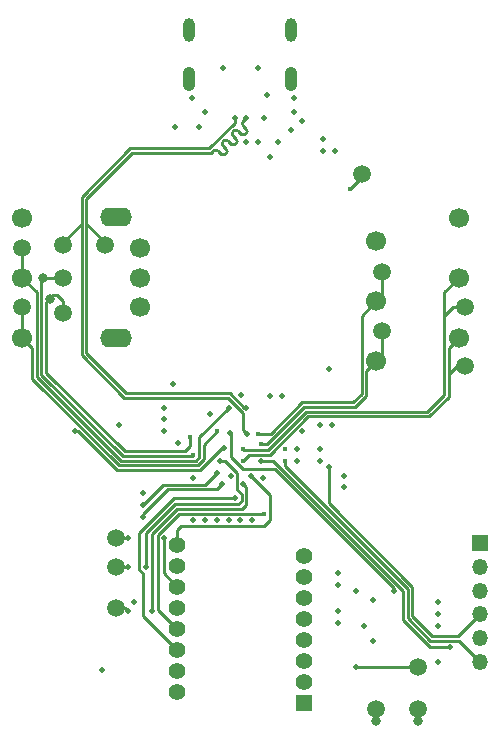
<source format=gbr>
%TF.GenerationSoftware,KiCad,Pcbnew,6.0.0*%
%TF.CreationDate,2022-01-13T14:08:01-08:00*%
%TF.ProjectId,redshift,72656473-6869-4667-942e-6b696361645f,0.1*%
%TF.SameCoordinates,Original*%
%TF.FileFunction,Copper,L4,Bot*%
%TF.FilePolarity,Positive*%
%FSLAX46Y46*%
G04 Gerber Fmt 4.6, Leading zero omitted, Abs format (unit mm)*
G04 Created by KiCad (PCBNEW 6.0.0) date 2022-01-13 14:08:01*
%MOMM*%
%LPD*%
G01*
G04 APERTURE LIST*
%TA.AperFunction,ComponentPad*%
%ADD10C,1.700000*%
%TD*%
%TA.AperFunction,ComponentPad*%
%ADD11O,2.700000X1.600000*%
%TD*%
%TA.AperFunction,ComponentPad*%
%ADD12O,1.050000X2.100000*%
%TD*%
%TA.AperFunction,ComponentPad*%
%ADD13O,1.000000X2.000000*%
%TD*%
%TA.AperFunction,ComponentPad*%
%ADD14R,1.350000X1.350000*%
%TD*%
%TA.AperFunction,ComponentPad*%
%ADD15O,1.350000X1.350000*%
%TD*%
%TA.AperFunction,ComponentPad*%
%ADD16R,1.400000X1.400000*%
%TD*%
%TA.AperFunction,ComponentPad*%
%ADD17C,1.400000*%
%TD*%
%TA.AperFunction,SMDPad,CuDef*%
%ADD18C,1.500000*%
%TD*%
%TA.AperFunction,ViaPad*%
%ADD19C,0.450000*%
%TD*%
%TA.AperFunction,ViaPad*%
%ADD20C,0.500000*%
%TD*%
%TA.AperFunction,ViaPad*%
%ADD21C,0.800000*%
%TD*%
%TA.AperFunction,Conductor*%
%ADD22C,0.250000*%
%TD*%
G04 APERTURE END LIST*
D10*
%TO.P,ENC1,A,A*%
%TO.N,/ENC_A*%
X129000000Y-80500000D03*
%TO.P,ENC1,B,B*%
%TO.N,/ENC_B*%
X129000000Y-78000000D03*
%TO.P,ENC1,C,C*%
%TO.N,GND*%
X129000000Y-75500000D03*
D11*
%TO.P,ENC1,MP*%
%TO.N,N/C*%
X127000000Y-83100000D03*
X127000000Y-72900000D03*
%TD*%
D12*
%TO.P,J1,S1,SHIELD*%
%TO.N,/SH*%
X141820000Y-61180000D03*
D13*
X141820000Y-57000000D03*
X133180000Y-57000000D03*
D12*
X133180000Y-61180000D03*
%TD*%
D10*
%TO.P,SW3,1,C*%
%TO.N,GND*%
X149000000Y-74920000D03*
%TO.P,SW3,2,NO*%
%TO.N,/SW3_M_NO*%
X149000000Y-80000000D03*
%TO.P,SW3,3,NC*%
%TO.N,/SW3_M_NC*%
X149000000Y-85080000D03*
%TD*%
D14*
%TO.P,J3,1,Pin_1*%
%TO.N,GND*%
X157750000Y-100500000D03*
D15*
%TO.P,J3,2,Pin_2*%
%TO.N,/VBUS_*%
X157750000Y-102500000D03*
%TO.P,J3,3,Pin_3*%
%TO.N,/RESET*%
X157750000Y-104500000D03*
%TO.P,J3,4,Pin_4*%
%TO.N,/SWDIO*%
X157750000Y-106500000D03*
%TO.P,J3,5,Pin_5*%
%TO.N,/SWO*%
X157750000Y-108500000D03*
%TO.P,J3,6,Pin_6*%
%TO.N,/SWCLK*%
X157750000Y-110500000D03*
%TD*%
D16*
%TO.P,U1,1*%
%TO.N,N/C*%
X142850000Y-113985000D03*
D17*
%TO.P,U1,2*%
X142850000Y-112205000D03*
%TO.P,U1,3,GND*%
%TO.N,GND*%
X142850000Y-110425000D03*
%TO.P,U1,4,VDD*%
%TO.N,Net-(C19-Pad1)*%
X142850000Y-108645000D03*
%TO.P,U1,5,VDDPIX*%
%TO.N,Net-(C21-Pad1)*%
X142850000Y-106865000D03*
%TO.P,U1,6,GPO*%
%TO.N,unconnected-(U1-Pad6)*%
X142850000Y-105085000D03*
%TO.P,U1,7,VDDIO*%
%TO.N,Net-(C17-Pad2)*%
X142850000Y-103305000D03*
%TO.P,U1,8,GND*%
%TO.N,GND*%
X142850000Y-101525000D03*
%TO.P,U1,9,MOTION*%
%TO.N,/SNSR_MTN*%
X132150000Y-100635000D03*
%TO.P,U1,10,SCLK*%
%TO.N,/FC6_SCK*%
X132150000Y-102415000D03*
%TO.P,U1,11,MOSI*%
%TO.N,/FC6_MOSI*%
X132150000Y-104195000D03*
%TO.P,U1,12,MISO*%
%TO.N,/FC6_MISO*%
X132150000Y-105975000D03*
%TO.P,U1,13,~{CS}*%
%TO.N,/FC6_CS1*%
X132150000Y-107755000D03*
%TO.P,U1,14,~{RESET}*%
%TO.N,/SNSR_RST*%
X132150000Y-109535000D03*
%TO.P,U1,15,LED_P*%
%TO.N,/SNSR_LED*%
X132150000Y-111315000D03*
%TO.P,U1,16*%
%TO.N,N/C*%
X132150000Y-113095000D03*
%TD*%
D10*
%TO.P,SW2,1,C*%
%TO.N,GND*%
X156000000Y-72920000D03*
%TO.P,SW2,2,NO*%
%TO.N,/SW2_R_NO*%
X156000000Y-78000000D03*
%TO.P,SW2,3,NC*%
%TO.N,/SW2_R_NC*%
X156000000Y-83080000D03*
%TD*%
%TO.P,SW1,1,C*%
%TO.N,GND*%
X119000000Y-72920000D03*
%TO.P,SW1,2,NO*%
%TO.N,/SW1_L_NO*%
X119000000Y-78000000D03*
%TO.P,SW1,3,NC*%
%TO.N,/SW1_L_NC*%
X119000000Y-83080000D03*
%TD*%
D18*
%TO.P,TP5,1,1*%
%TO.N,/FC6_MISO*%
X127000000Y-106000000D03*
%TD*%
%TO.P,TP6,1,1*%
%TO.N,/SW2_R_NO*%
X156500000Y-80500000D03*
%TD*%
%TO.P,TP9,1,1*%
%TO.N,/USB_D-*%
X126000000Y-75250000D03*
%TD*%
%TO.P,TP7,1,1*%
%TO.N,/SW2_R_NC*%
X156500000Y-85500000D03*
%TD*%
%TO.P,TP13,1,1*%
%TO.N,/ENC_A*%
X122500000Y-81000000D03*
%TD*%
%TO.P,TP3,1,1*%
%TO.N,/FC6_MOSI*%
X127000000Y-100000000D03*
%TD*%
%TO.P,TP10,1,1*%
%TO.N,/SW3_M_NO*%
X149500000Y-77500000D03*
%TD*%
%TO.P,TP11,1,1*%
%TO.N,/SW3_M_NC*%
X149500000Y-82500000D03*
%TD*%
%TO.P,TP2,1,1*%
%TO.N,/SW1_L_NO*%
X119000000Y-75500000D03*
%TD*%
%TO.P,TP8,1,1*%
%TO.N,/USB_D+*%
X122500000Y-75250000D03*
%TD*%
%TO.P,TP12,1,1*%
%TO.N,+3V3*%
X149000000Y-114500000D03*
%TD*%
%TO.P,TP17,1,1*%
%TO.N,+5V*%
X147750000Y-69250000D03*
%TD*%
%TO.P,TP16,1,1*%
%TO.N,+1V8*%
X152500000Y-111000000D03*
%TD*%
%TO.P,TP4,1,1*%
%TO.N,/SW1_L_NC*%
X119000000Y-80500000D03*
%TD*%
%TO.P,TP14,1,1*%
%TO.N,GND*%
X152500000Y-114500000D03*
%TD*%
%TO.P,TP1,1,1*%
%TO.N,/FC6_SCK*%
X127000000Y-102500000D03*
%TD*%
%TO.P,TP15,1,1*%
%TO.N,/ENC_B*%
X122500000Y-78000000D03*
%TD*%
D19*
%TO.N,+5V*%
X146750000Y-70500000D03*
D20*
X140650975Y-66546739D03*
X147250000Y-104500000D03*
%TO.N,+3V3*%
X137528381Y-87971619D03*
X146250000Y-94750000D03*
X131000000Y-89000000D03*
X145750000Y-104000000D03*
X138500000Y-98500000D03*
X154250000Y-106500000D03*
X145750000Y-103000000D03*
X142250000Y-92500000D03*
X127250000Y-90500000D03*
X134500000Y-98500000D03*
X146250000Y-95750000D03*
X154250000Y-107500000D03*
X142750000Y-91000000D03*
X131000000Y-91000000D03*
X145500000Y-67250000D03*
X136500000Y-98500000D03*
X125750000Y-111250000D03*
X144500000Y-67250000D03*
X142250000Y-93500000D03*
X154250000Y-105500000D03*
D21*
X149000000Y-115500000D03*
D20*
X131000000Y-90000000D03*
%TO.N,+1V8*%
X147250000Y-111000000D03*
%TO.N,/USB_D+*%
X137000000Y-64500000D03*
X138042518Y-91207482D03*
%TO.N,/USB_D-*%
X138000000Y-89000000D03*
X138000000Y-64475500D03*
%TO.N,/VBUS_*%
X136000000Y-60250000D03*
X142000000Y-64000000D03*
X139000000Y-60250000D03*
X142750000Y-64750000D03*
X139759355Y-62504544D03*
%TO.N,/USB1_LED*%
X136143360Y-92413402D03*
X123500000Y-91000000D03*
D19*
%TO.N,/FC6_CS1*%
X139524011Y-98000000D03*
D20*
%TO.N,/RESET*%
X136620878Y-91129122D03*
X150500000Y-104500000D03*
%TO.N,/FC6_SCK*%
X128000000Y-102500000D03*
X129475500Y-102500000D03*
X135750000Y-93500000D03*
%TO.N,/FC6_MOSI*%
X131024500Y-100000000D03*
X128000000Y-100000000D03*
%TO.N,/FC6_MISO*%
X137750000Y-95500000D03*
X129975500Y-106250000D03*
X128000000Y-106250000D03*
D19*
%TO.N,/SW1_L_NC*%
X135519107Y-91020248D03*
D20*
%TO.N,/SNSR_RST*%
X137024500Y-96651949D03*
%TO.N,/SW1_L_NO*%
X136500000Y-89000000D03*
%TO.N,GND*%
X136700989Y-94750000D03*
X144270000Y-92500000D03*
X142000000Y-62750000D03*
X145750000Y-107250000D03*
X144250000Y-90500000D03*
X128500000Y-105500000D03*
X140000000Y-67750000D03*
X134000000Y-65250000D03*
X139451727Y-94957641D03*
X134925500Y-89524020D03*
X138000000Y-66500000D03*
X141000000Y-88000000D03*
D21*
X152500000Y-115500000D03*
D20*
X145000000Y-85750000D03*
X144500000Y-66274989D03*
X132250000Y-92000000D03*
X137500000Y-98500000D03*
X148000000Y-107500000D03*
X140000000Y-88000000D03*
X135500000Y-98500000D03*
X139000000Y-66500000D03*
X154250000Y-110500000D03*
X148750000Y-108750000D03*
X133500000Y-95000000D03*
X139500000Y-64500000D03*
X145750000Y-106250000D03*
X145250000Y-90500000D03*
X141750000Y-65500000D03*
X132000000Y-65250000D03*
X148750000Y-105250000D03*
X134500000Y-64000000D03*
X131750000Y-87000000D03*
X144250000Y-93500000D03*
X133374500Y-62750000D03*
D19*
X141250000Y-92500000D03*
D20*
X133500000Y-98500000D03*
X129250000Y-96250000D03*
%TO.N,/SW4_NC*%
X135544503Y-94500000D03*
X129250000Y-97250000D03*
%TO.N,/SW4_NO*%
X135944011Y-95500000D03*
X129250000Y-98250000D03*
D19*
%TO.N,/SW2_R_NO*%
X137750000Y-92519503D03*
%TO.N,/SW2_R_NC*%
X137750000Y-93500000D03*
%TO.N,/SW3_M_NO*%
X139000000Y-91250000D03*
%TO.N,/SW3_M_NC*%
X139250000Y-92100980D03*
%TO.N,/ENC_B*%
X133500000Y-93000000D03*
D21*
X120750000Y-78000000D03*
%TO.N,/ENC_A*%
X121334080Y-79767133D03*
D19*
X133250000Y-91500000D03*
D20*
%TO.N,/SWO*%
X139250000Y-93548273D03*
X155250000Y-109274500D03*
D19*
%TO.N,/SWCLK*%
X141250000Y-93500000D03*
D20*
%TO.N,/SWDIO*%
X145000000Y-94000000D03*
%TO.N,/SNSR_MTN*%
X138397276Y-94749989D03*
%TD*%
D22*
%TO.N,/SWO*%
X139250000Y-93548273D02*
X140298289Y-93548273D01*
X140298289Y-93548273D02*
X151250000Y-104499984D01*
X151250000Y-104499984D02*
X151250000Y-107000000D01*
X151250000Y-107000000D02*
X153524500Y-109274500D01*
X153524500Y-109274500D02*
X155250000Y-109274500D01*
%TO.N,+5V*%
X147750000Y-69500000D02*
X147750000Y-69250000D01*
X146750000Y-70500000D02*
X147750000Y-69500000D01*
%TO.N,+1V8*%
X147250000Y-111000000D02*
X152500000Y-111000000D01*
%TO.N,/USB_D+*%
X127667156Y-88200000D02*
X136450000Y-88200000D01*
X124050000Y-84582844D02*
X127667156Y-88200000D01*
X137000000Y-64500000D02*
X137000000Y-64910494D01*
X137000000Y-64910494D02*
X134860494Y-67050000D01*
X134860494Y-67050000D02*
X128167156Y-67050000D01*
X137750000Y-89500000D02*
X137750000Y-90914964D01*
X124050000Y-71167156D02*
X124050000Y-84582844D01*
X122500000Y-75000000D02*
X124050000Y-73450000D01*
X137750000Y-90914964D02*
X138042518Y-91207482D01*
X136450000Y-88200000D02*
X137750000Y-89500000D01*
X128167156Y-67050000D02*
X124050000Y-71167156D01*
%TO.N,/USB_D-*%
X135192162Y-67283341D02*
X135192161Y-67283340D01*
X137737749Y-65162016D02*
X137975512Y-65399779D01*
X136040689Y-66859076D02*
X136278452Y-67096839D01*
X136889222Y-65586281D02*
X136889221Y-65586280D01*
X135025500Y-67450000D02*
X128332844Y-67450000D01*
X135086095Y-67389405D02*
X135025500Y-67450000D01*
X126000000Y-75000000D02*
X124450000Y-73450000D01*
X128332844Y-67450000D02*
X124450000Y-71332844D01*
X136889219Y-66010546D02*
X137126982Y-66248309D01*
X127832844Y-87800000D02*
X136615006Y-87800000D01*
X137551248Y-65824043D02*
X137313486Y-65586281D01*
X136889221Y-65586280D02*
X136889220Y-65586280D01*
X136040692Y-66434811D02*
X136040691Y-66434810D01*
X138000000Y-64475500D02*
X137737750Y-64737750D01*
X124450000Y-71332844D02*
X124450000Y-84417156D01*
X136702718Y-66672573D02*
X136464956Y-66434811D01*
X135854188Y-67521103D02*
X135616426Y-67283341D01*
X137815006Y-89000000D02*
X138000000Y-89000000D01*
X136040691Y-66434810D02*
X136040690Y-66434810D01*
X135192161Y-67283340D02*
X135086095Y-67389405D01*
X136615006Y-87800000D02*
X137815006Y-89000000D01*
X124450000Y-84417156D02*
X127832844Y-87800000D01*
X136702719Y-66672572D02*
G75*
G03*
X137126981Y-66672572I212131J212131D01*
G01*
X136040693Y-66434812D02*
G75*
G02*
X136464955Y-66434812I212131J-212131D01*
G01*
X135192163Y-67283342D02*
G75*
G02*
X135616425Y-67283342I212131J-212131D01*
G01*
X136889223Y-65586282D02*
G75*
G02*
X137313485Y-65586282I212131J-212131D01*
G01*
X137551249Y-65824042D02*
G75*
G03*
X137975511Y-65824042I212131J212131D01*
G01*
X137975511Y-65824042D02*
G75*
G03*
X137975511Y-65399780I-212131J212131D01*
G01*
X136040691Y-66859075D02*
G75*
G02*
X136040691Y-66434811I212130J212132D01*
G01*
X136889221Y-66010545D02*
G75*
G02*
X136889221Y-65586281I212130J212132D01*
G01*
X137737751Y-65162015D02*
G75*
G02*
X137737751Y-64737751I212130J212132D01*
G01*
X135854189Y-67521102D02*
G75*
G03*
X136278451Y-67521102I212131J212131D01*
G01*
X136278451Y-67521102D02*
G75*
G03*
X136278451Y-67096840I-212131J212131D01*
G01*
X137126981Y-66672572D02*
G75*
G03*
X137126981Y-66248310I-212131J212131D01*
G01*
%TO.N,/USB1_LED*%
X123500000Y-91000000D02*
X123739976Y-91000000D01*
X134037389Y-94299039D02*
X135923026Y-92413402D01*
X123739976Y-91000000D02*
X127039014Y-94299038D01*
X135923026Y-92413402D02*
X136143360Y-92413402D01*
X127039014Y-94299038D02*
X134037389Y-94299039D01*
%TO.N,/FC6_CS1*%
X132282739Y-97975489D02*
X130500000Y-99758228D01*
X139499500Y-97975489D02*
X132282739Y-97975489D01*
X130500000Y-106105000D02*
X132150000Y-107755000D01*
X139524011Y-98000000D02*
X139499500Y-97975489D01*
X130500000Y-99758228D02*
X130500000Y-106105000D01*
%TO.N,/RESET*%
X137725489Y-94225489D02*
X140410483Y-94225489D01*
X136620878Y-91129122D02*
X136667871Y-91176115D01*
X136667871Y-93167871D02*
X137725489Y-94225489D01*
X136667871Y-91176115D02*
X136667871Y-93167871D01*
X140410483Y-94225489D02*
X150500000Y-104315006D01*
X150500000Y-104315006D02*
X150500000Y-104500000D01*
%TO.N,/FC6_SCK*%
X131951767Y-97176449D02*
X129500000Y-99628216D01*
X128000000Y-102500000D02*
X127000000Y-102500000D01*
X137600480Y-96350480D02*
X137600480Y-96899520D01*
X137323551Y-97176449D02*
X131951767Y-97176449D01*
X137600480Y-96899520D02*
X137323551Y-97176449D01*
X135750000Y-93500000D02*
X136192761Y-93500000D01*
X129500000Y-99628216D02*
X129500000Y-102500000D01*
X137225489Y-95975489D02*
X137600480Y-96350480D01*
X137225489Y-94532728D02*
X137225489Y-95975489D01*
X136192761Y-93500000D02*
X137225489Y-94532728D01*
%TO.N,/FC6_MOSI*%
X131000000Y-103045000D02*
X132150000Y-104195000D01*
X128000000Y-100000000D02*
X127000000Y-100000000D01*
X131024500Y-100000000D02*
X131000000Y-100024500D01*
X131000000Y-100024500D02*
X131000000Y-103045000D01*
%TO.N,/FC6_MISO*%
X127750000Y-106000000D02*
X127000000Y-106000000D01*
X129975500Y-106250000D02*
X130000000Y-106225500D01*
X138000000Y-95750000D02*
X137750000Y-95500000D01*
X130000000Y-106225500D02*
X130000000Y-99693222D01*
X128000000Y-106250000D02*
X127750000Y-106000000D01*
X138000000Y-97250000D02*
X138000000Y-95750000D01*
X137674031Y-97575969D02*
X138000000Y-97250000D01*
X132117253Y-97575969D02*
X137674031Y-97575969D01*
X130000000Y-99693222D02*
X132117253Y-97575969D01*
%TO.N,/SW1_L_NC*%
X127204501Y-93899519D02*
X119850480Y-86545498D01*
X119000000Y-83080000D02*
X119000000Y-80500000D01*
X134399030Y-93372392D02*
X133871903Y-93899519D01*
X119850480Y-86545498D02*
X119850480Y-83930480D01*
X135519107Y-91020248D02*
X134399031Y-92140324D01*
X119850480Y-83930480D02*
X119000000Y-83080000D01*
X133871903Y-93899519D02*
X127204501Y-93899519D01*
X134399031Y-92140324D02*
X134399030Y-93372392D01*
%TO.N,/SNSR_RST*%
X129250000Y-103016272D02*
X129250000Y-106635000D01*
X129250000Y-106635000D02*
X132150000Y-109535000D01*
X128950989Y-102717261D02*
X129250000Y-103016272D01*
X128950989Y-99612221D02*
X128950989Y-102717261D01*
X137024500Y-96651949D02*
X131911261Y-96651949D01*
X131911261Y-96651949D02*
X128950989Y-99612221D01*
%TO.N,/SW1_L_NO*%
X136500000Y-89000000D02*
X133999511Y-91500489D01*
X120250000Y-86380012D02*
X120250000Y-79250000D01*
X133999511Y-91500489D02*
X133999511Y-93206905D01*
X119000000Y-78000000D02*
X119000000Y-75500000D01*
X133999511Y-93206905D02*
X133706417Y-93499999D01*
X127369987Y-93499999D02*
X120250000Y-86380012D01*
X133706417Y-93499999D02*
X127369987Y-93499999D01*
X120250000Y-79250000D02*
X119000000Y-78000000D01*
%TO.N,/SW4_NC*%
X134519992Y-95524511D02*
X130975489Y-95524511D01*
X130975489Y-95524511D02*
X129250000Y-97250000D01*
X135544503Y-94500000D02*
X134519992Y-95524511D01*
%TO.N,/SW4_NO*%
X129250000Y-98000000D02*
X129250000Y-98250000D01*
X135944011Y-95500000D02*
X135519980Y-95924031D01*
X131325969Y-95924031D02*
X129250000Y-98000000D01*
X135519980Y-95924031D02*
X131325969Y-95924031D01*
%TO.N,/SW2_R_NO*%
X154750000Y-81250000D02*
X154750000Y-79250000D01*
X154750000Y-87934994D02*
X154750000Y-81250000D01*
X137830977Y-92600480D02*
X139834514Y-92600480D01*
X143084514Y-89350480D02*
X153334514Y-89350480D01*
X139834514Y-92600480D02*
X143084514Y-89350480D01*
X154750000Y-79250000D02*
X156000000Y-78000000D01*
X155500000Y-80500000D02*
X156500000Y-80500000D01*
X154750000Y-81250000D02*
X155500000Y-80500000D01*
X137750000Y-92519503D02*
X137830977Y-92600480D01*
X153334514Y-89350480D02*
X154750000Y-87934994D01*
%TO.N,/SW2_R_NC*%
X153500000Y-89750000D02*
X155149520Y-88100480D01*
X155149520Y-86149520D02*
X155149520Y-83930480D01*
X155149520Y-88100480D02*
X155149520Y-86149520D01*
X155149520Y-83930480D02*
X156000000Y-83080000D01*
X137750000Y-93500000D02*
X138226238Y-93023762D01*
X138226238Y-93023762D02*
X139976238Y-93023762D01*
X155799040Y-85500000D02*
X155149520Y-86149520D01*
X139976238Y-93023762D02*
X143250000Y-89750000D01*
X143250000Y-89750000D02*
X153500000Y-89750000D01*
X156500000Y-85500000D02*
X155799040Y-85500000D01*
%TO.N,/SW3_M_NO*%
X142753542Y-88551440D02*
X147068548Y-88551440D01*
X147750000Y-81250000D02*
X149000000Y-80000000D01*
X139000000Y-91250000D02*
X140054982Y-91250000D01*
X140054982Y-91250000D02*
X142753542Y-88551440D01*
X147750000Y-87869988D02*
X147750000Y-81250000D01*
X149000000Y-80000000D02*
X149500000Y-79500000D01*
X149500000Y-79500000D02*
X149500000Y-77500000D01*
X147068548Y-88551440D02*
X147750000Y-87869988D01*
%TO.N,/SW3_M_NC*%
X142919028Y-88950960D02*
X147234034Y-88950960D01*
X148149520Y-88035474D02*
X148149520Y-85930480D01*
X139250000Y-92100980D02*
X139769008Y-92100980D01*
X149500000Y-84580000D02*
X149000000Y-85080000D01*
X147234034Y-88950960D02*
X148149520Y-88035474D01*
X148149520Y-85930480D02*
X149000000Y-85080000D01*
X139769008Y-92100980D02*
X142919028Y-88950960D01*
X149500000Y-82500000D02*
X149500000Y-84580000D01*
%TO.N,/ENC_B*%
X127535473Y-93100479D02*
X133399521Y-93100479D01*
X120649520Y-78100480D02*
X120649520Y-86214526D01*
X120750000Y-78000000D02*
X122500000Y-78000000D01*
X120649520Y-86214526D02*
X127535473Y-93100479D01*
X120750000Y-78000000D02*
X120649520Y-78100480D01*
X133399521Y-93100479D02*
X133500000Y-93000000D01*
%TO.N,/ENC_A*%
X121049040Y-86049040D02*
X121049040Y-80052173D01*
X127700960Y-92700960D02*
X121049040Y-86049040D01*
X121334080Y-79767133D02*
X121601213Y-79500000D01*
X122500000Y-80000000D02*
X122500000Y-81000000D01*
X122000000Y-79500000D02*
X122500000Y-80000000D01*
X121601213Y-79500000D02*
X122000000Y-79500000D01*
X133250000Y-92250000D02*
X132799040Y-92700960D01*
X121049040Y-80052173D02*
X121334080Y-79767133D01*
X132799040Y-92700960D02*
X127700960Y-92700960D01*
X133250000Y-91500000D02*
X133250000Y-92250000D01*
%TO.N,/SWCLK*%
X151649519Y-106834513D02*
X153565006Y-108750000D01*
X156000000Y-108750000D02*
X157750000Y-110500000D01*
X151649519Y-104334497D02*
X151649519Y-106834513D01*
X141250000Y-93500000D02*
X141250000Y-93934978D01*
X141250000Y-93934978D02*
X151649519Y-104334497D01*
X153565006Y-108750000D02*
X156000000Y-108750000D01*
%TO.N,/SWDIO*%
X153730492Y-108350480D02*
X155899520Y-108350480D01*
X145000000Y-94000000D02*
X145000000Y-97119972D01*
X152049039Y-106669027D02*
X153730492Y-108350480D01*
X155899520Y-108350480D02*
X157750000Y-106500000D01*
X145000000Y-97119972D02*
X152049039Y-104169011D01*
X152049039Y-104169011D02*
X152049039Y-106669027D01*
%TO.N,/SNSR_MTN*%
X138397276Y-94749989D02*
X140023522Y-96376235D01*
X140023522Y-96376235D02*
X140023522Y-98476478D01*
X139475489Y-99024511D02*
X132475489Y-99024511D01*
X132150000Y-99350000D02*
X132150000Y-100635000D01*
X140023522Y-98476478D02*
X139475489Y-99024511D01*
X132475489Y-99024511D02*
X132150000Y-99350000D01*
%TD*%
M02*

</source>
